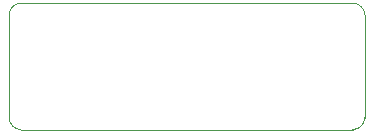
<source format=gbr>
%TF.GenerationSoftware,KiCad,Pcbnew,(5.1.6)-1*%
%TF.CreationDate,2022-09-04T01:09:06+08:00*%
%TF.ProjectId,Vol_trans,566f6c5f-7472-4616-9e73-2e6b69636164,rev?*%
%TF.SameCoordinates,Original*%
%TF.FileFunction,Profile,NP*%
%FSLAX46Y46*%
G04 Gerber Fmt 4.6, Leading zero omitted, Abs format (unit mm)*
G04 Created by KiCad (PCBNEW (5.1.6)-1) date 2022-09-04 01:09:06*
%MOMM*%
%LPD*%
G01*
G04 APERTURE LIST*
%TA.AperFunction,Profile*%
%ADD10C,0.050000*%
%TD*%
G04 APERTURE END LIST*
D10*
X157400000Y-83100000D02*
G75*
G02*
X158400000Y-84100000I0J-1000000D01*
G01*
X158400000Y-92800000D02*
G75*
G02*
X157400000Y-93800000I-1000000J0D01*
G01*
X129300000Y-93800000D02*
G75*
G02*
X128300000Y-92800000I0J1000000D01*
G01*
X128300000Y-84100000D02*
G75*
G02*
X129300000Y-83100000I1000000J0D01*
G01*
X128300000Y-92800000D02*
X128300000Y-84100000D01*
X157400000Y-93800000D02*
X129300000Y-93800000D01*
X158400000Y-92700000D02*
X158400000Y-92700000D01*
X158400000Y-84100000D02*
X158400000Y-92800000D01*
X129300000Y-83100000D02*
X157400000Y-83100000D01*
M02*

</source>
